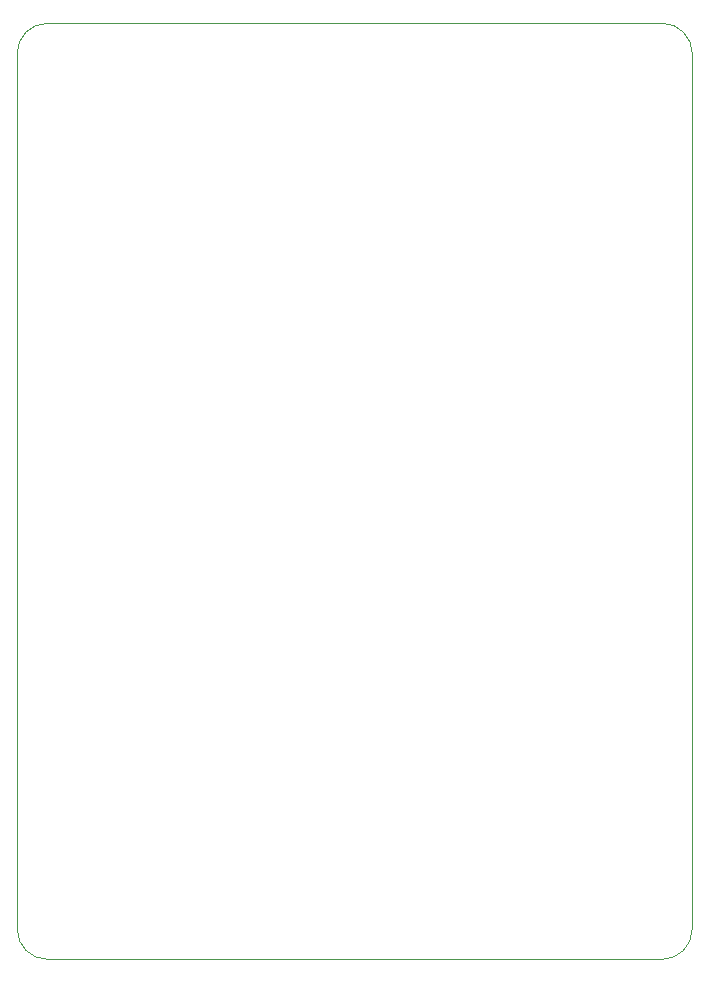
<source format=gbr>
%TF.GenerationSoftware,KiCad,Pcbnew,(5.1.6)-1*%
%TF.CreationDate,2020-08-31T14:33:41-05:00*%
%TF.ProjectId,totoro-pcb-macropad,746f746f-726f-42d7-9063-622d6d616372,rev?*%
%TF.SameCoordinates,Original*%
%TF.FileFunction,Profile,NP*%
%FSLAX46Y46*%
G04 Gerber Fmt 4.6, Leading zero omitted, Abs format (unit mm)*
G04 Created by KiCad (PCBNEW (5.1.6)-1) date 2020-08-31 14:33:41*
%MOMM*%
%LPD*%
G01*
G04 APERTURE LIST*
%TA.AperFunction,Profile*%
%ADD10C,0.050000*%
%TD*%
G04 APERTURE END LIST*
D10*
X165100000Y-31242000D02*
X165100000Y-31750000D01*
X222250000Y-31750000D02*
X222250000Y-31242000D01*
X219710000Y-28702000D02*
X167640000Y-28702000D01*
X219710000Y-28702000D02*
G75*
G02*
X222250000Y-31242000I0J-2540000D01*
G01*
X222250000Y-105410000D02*
X222250000Y-31750000D01*
X165100000Y-33020000D02*
X165100000Y-31750000D01*
X165100000Y-31242000D02*
G75*
G02*
X167640000Y-28702000I2540000J0D01*
G01*
X165100000Y-105410000D02*
X165100000Y-33020000D01*
X167640000Y-107950000D02*
X219710000Y-107950000D01*
X222250000Y-105410000D02*
G75*
G02*
X219710000Y-107950000I-2540000J0D01*
G01*
X167640000Y-107950000D02*
G75*
G02*
X165100000Y-105410000I0J2540000D01*
G01*
M02*

</source>
